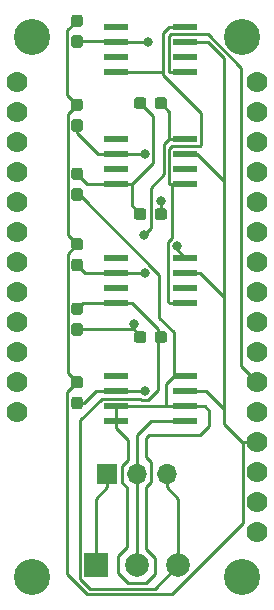
<source format=gbr>
G04 #@! TF.GenerationSoftware,KiCad,Pcbnew,5.0.2-bee76a0~70~ubuntu18.04.1*
G04 #@! TF.CreationDate,2019-09-12T15:25:54-07:00*
G04 #@! TF.ProjectId,potentiostat_featherwing,706f7465-6e74-4696-9f73-7461745f6665,rev?*
G04 #@! TF.SameCoordinates,Original*
G04 #@! TF.FileFunction,Copper,L1,Top*
G04 #@! TF.FilePolarity,Positive*
%FSLAX46Y46*%
G04 Gerber Fmt 4.6, Leading zero omitted, Abs format (unit mm)*
G04 Created by KiCad (PCBNEW 5.0.2-bee76a0~70~ubuntu18.04.1) date Thu 12 Sep 2019 03:25:54 PM PDT*
%MOMM*%
%LPD*%
G01*
G04 APERTURE LIST*
G04 #@! TA.AperFunction,ComponentPad*
%ADD10C,1.778000*%
G04 #@! TD*
G04 #@! TA.AperFunction,ComponentPad*
%ADD11C,3.048000*%
G04 #@! TD*
G04 #@! TA.AperFunction,WasherPad*
%ADD12C,3.048000*%
G04 #@! TD*
G04 #@! TA.AperFunction,ComponentPad*
%ADD13C,2.000000*%
G04 #@! TD*
G04 #@! TA.AperFunction,ComponentPad*
%ADD14R,2.000000X2.000000*%
G04 #@! TD*
G04 #@! TA.AperFunction,Conductor*
%ADD15C,0.100000*%
G04 #@! TD*
G04 #@! TA.AperFunction,SMDPad,CuDef*
%ADD16C,0.950000*%
G04 #@! TD*
G04 #@! TA.AperFunction,ComponentPad*
%ADD17R,1.700000X1.700000*%
G04 #@! TD*
G04 #@! TA.AperFunction,ComponentPad*
%ADD18O,1.700000X1.700000*%
G04 #@! TD*
G04 #@! TA.AperFunction,SMDPad,CuDef*
%ADD19R,2.058000X0.600000*%
G04 #@! TD*
G04 #@! TA.AperFunction,ViaPad*
%ADD20C,0.800000*%
G04 #@! TD*
G04 #@! TA.AperFunction,Conductor*
%ADD21C,0.250000*%
G04 #@! TD*
G04 APERTURE END LIST*
D10*
G04 #@! TO.P,U1,28*
G04 #@! TO.N,Net-(U1-Pad28)*
X60960000Y-31750000D03*
G04 #@! TO.P,U1,27*
G04 #@! TO.N,Net-(U1-Pad27)*
X60960000Y-34290000D03*
G04 #@! TO.P,U1,26*
G04 #@! TO.N,Net-(U1-Pad26)*
X60960000Y-36830000D03*
G04 #@! TO.P,U1,25*
G04 #@! TO.N,Net-(U1-Pad25)*
X60960000Y-39370000D03*
G04 #@! TO.P,U1,24*
G04 #@! TO.N,Net-(U1-Pad24)*
X60960000Y-41910000D03*
G04 #@! TO.P,U1,23*
G04 #@! TO.N,Net-(U1-Pad23)*
X60960000Y-44450000D03*
G04 #@! TO.P,U1,22*
G04 #@! TO.N,Net-(U1-Pad22)*
X60960000Y-46990000D03*
G04 #@! TO.P,U1,21*
G04 #@! TO.N,/AIN_TIA*
X60960000Y-49530000D03*
G04 #@! TO.P,U1,20*
G04 #@! TO.N,Net-(U1-Pad20)*
X60960000Y-52070000D03*
G04 #@! TO.P,U1,19*
G04 #@! TO.N,Net-(U1-Pad19)*
X60960000Y-54610000D03*
G04 #@! TO.P,U1,18*
G04 #@! TO.N,/DAC_VGND*
X60960000Y-57150000D03*
G04 #@! TO.P,U1,17*
G04 #@! TO.N,/DAC_SETPT*
X60960000Y-59690000D03*
G04 #@! TO.P,U1,16*
G04 #@! TO.N,GND*
X60960000Y-62230000D03*
G04 #@! TO.P,U1,15*
G04 #@! TO.N,Net-(U1-Pad15)*
X60960000Y-64770000D03*
G04 #@! TO.P,U1,14*
G04 #@! TO.N,/3V3*
X60960000Y-67310000D03*
G04 #@! TO.P,U1,13*
G04 #@! TO.N,Net-(U1-Pad13)*
X60960000Y-69850000D03*
G04 #@! TO.P,U1,12*
G04 #@! TO.N,Net-(U1-Pad12)*
X40640000Y-59690000D03*
G04 #@! TO.P,U1,11*
G04 #@! TO.N,Net-(U1-Pad11)*
X40640000Y-57150000D03*
G04 #@! TO.P,U1,10*
G04 #@! TO.N,Net-(U1-Pad10)*
X40640000Y-54610000D03*
G04 #@! TO.P,U1,9*
G04 #@! TO.N,Net-(U1-Pad9)*
X40640000Y-52070000D03*
G04 #@! TO.P,U1,8*
G04 #@! TO.N,Net-(U1-Pad8)*
X40640000Y-49530000D03*
G04 #@! TO.P,U1,7*
G04 #@! TO.N,Net-(U1-Pad7)*
X40640000Y-46990000D03*
G04 #@! TO.P,U1,6*
G04 #@! TO.N,Net-(U1-Pad6)*
X40640000Y-44450000D03*
G04 #@! TO.P,U1,5*
G04 #@! TO.N,Net-(U1-Pad5)*
X40640000Y-41910000D03*
G04 #@! TO.P,U1,4*
G04 #@! TO.N,Net-(U1-Pad4)*
X40640000Y-39370000D03*
G04 #@! TO.P,U1,3*
G04 #@! TO.N,Net-(U1-Pad3)*
X40640000Y-36830000D03*
G04 #@! TO.P,U1,2*
G04 #@! TO.N,Net-(U1-Pad2)*
X40640000Y-34290000D03*
G04 #@! TO.P,U1,1*
G04 #@! TO.N,Net-(U1-Pad1)*
X40640000Y-31750000D03*
D11*
G04 #@! TO.P,U1,*
G04 #@! TO.N,*
X41910000Y-73660000D03*
X59690000Y-73660000D03*
D12*
X59690000Y-27940000D03*
X41910000Y-27940000D03*
G04 #@! TD*
D13*
G04 #@! TO.P,J1,2*
G04 #@! TO.N,/REF_ELECT*
X50800000Y-72644000D03*
D14*
G04 #@! TO.P,J1,1*
G04 #@! TO.N,/CTR_ELECT*
X47299880Y-72644000D03*
D13*
G04 #@! TO.P,J1,3*
G04 #@! TO.N,/WRK_ELECT*
X54300120Y-72644000D03*
G04 #@! TD*
D15*
G04 #@! TO.N,/AIN_TIA*
G04 #@! TO.C,C6*
G36*
X51378779Y-52866144D02*
X51401834Y-52869563D01*
X51424443Y-52875227D01*
X51446387Y-52883079D01*
X51467457Y-52893044D01*
X51487448Y-52905026D01*
X51506168Y-52918910D01*
X51523438Y-52934562D01*
X51539090Y-52951832D01*
X51552974Y-52970552D01*
X51564956Y-52990543D01*
X51574921Y-53011613D01*
X51582773Y-53033557D01*
X51588437Y-53056166D01*
X51591856Y-53079221D01*
X51593000Y-53102500D01*
X51593000Y-53577500D01*
X51591856Y-53600779D01*
X51588437Y-53623834D01*
X51582773Y-53646443D01*
X51574921Y-53668387D01*
X51564956Y-53689457D01*
X51552974Y-53709448D01*
X51539090Y-53728168D01*
X51523438Y-53745438D01*
X51506168Y-53761090D01*
X51487448Y-53774974D01*
X51467457Y-53786956D01*
X51446387Y-53796921D01*
X51424443Y-53804773D01*
X51401834Y-53810437D01*
X51378779Y-53813856D01*
X51355500Y-53815000D01*
X50780500Y-53815000D01*
X50757221Y-53813856D01*
X50734166Y-53810437D01*
X50711557Y-53804773D01*
X50689613Y-53796921D01*
X50668543Y-53786956D01*
X50648552Y-53774974D01*
X50629832Y-53761090D01*
X50612562Y-53745438D01*
X50596910Y-53728168D01*
X50583026Y-53709448D01*
X50571044Y-53689457D01*
X50561079Y-53668387D01*
X50553227Y-53646443D01*
X50547563Y-53623834D01*
X50544144Y-53600779D01*
X50543000Y-53577500D01*
X50543000Y-53102500D01*
X50544144Y-53079221D01*
X50547563Y-53056166D01*
X50553227Y-53033557D01*
X50561079Y-53011613D01*
X50571044Y-52990543D01*
X50583026Y-52970552D01*
X50596910Y-52951832D01*
X50612562Y-52934562D01*
X50629832Y-52918910D01*
X50648552Y-52905026D01*
X50668543Y-52893044D01*
X50689613Y-52883079D01*
X50711557Y-52875227D01*
X50734166Y-52869563D01*
X50757221Y-52866144D01*
X50780500Y-52865000D01*
X51355500Y-52865000D01*
X51378779Y-52866144D01*
X51378779Y-52866144D01*
G37*
D16*
G04 #@! TD*
G04 #@! TO.P,C6,2*
G04 #@! TO.N,/AIN_TIA*
X51068000Y-53340000D03*
D15*
G04 #@! TO.N,/WRK_ELECT*
G04 #@! TO.C,C6*
G36*
X53128779Y-52866144D02*
X53151834Y-52869563D01*
X53174443Y-52875227D01*
X53196387Y-52883079D01*
X53217457Y-52893044D01*
X53237448Y-52905026D01*
X53256168Y-52918910D01*
X53273438Y-52934562D01*
X53289090Y-52951832D01*
X53302974Y-52970552D01*
X53314956Y-52990543D01*
X53324921Y-53011613D01*
X53332773Y-53033557D01*
X53338437Y-53056166D01*
X53341856Y-53079221D01*
X53343000Y-53102500D01*
X53343000Y-53577500D01*
X53341856Y-53600779D01*
X53338437Y-53623834D01*
X53332773Y-53646443D01*
X53324921Y-53668387D01*
X53314956Y-53689457D01*
X53302974Y-53709448D01*
X53289090Y-53728168D01*
X53273438Y-53745438D01*
X53256168Y-53761090D01*
X53237448Y-53774974D01*
X53217457Y-53786956D01*
X53196387Y-53796921D01*
X53174443Y-53804773D01*
X53151834Y-53810437D01*
X53128779Y-53813856D01*
X53105500Y-53815000D01*
X52530500Y-53815000D01*
X52507221Y-53813856D01*
X52484166Y-53810437D01*
X52461557Y-53804773D01*
X52439613Y-53796921D01*
X52418543Y-53786956D01*
X52398552Y-53774974D01*
X52379832Y-53761090D01*
X52362562Y-53745438D01*
X52346910Y-53728168D01*
X52333026Y-53709448D01*
X52321044Y-53689457D01*
X52311079Y-53668387D01*
X52303227Y-53646443D01*
X52297563Y-53623834D01*
X52294144Y-53600779D01*
X52293000Y-53577500D01*
X52293000Y-53102500D01*
X52294144Y-53079221D01*
X52297563Y-53056166D01*
X52303227Y-53033557D01*
X52311079Y-53011613D01*
X52321044Y-52990543D01*
X52333026Y-52970552D01*
X52346910Y-52951832D01*
X52362562Y-52934562D01*
X52379832Y-52918910D01*
X52398552Y-52905026D01*
X52418543Y-52893044D01*
X52439613Y-52883079D01*
X52461557Y-52875227D01*
X52484166Y-52869563D01*
X52507221Y-52866144D01*
X52530500Y-52865000D01*
X53105500Y-52865000D01*
X53128779Y-52866144D01*
X53128779Y-52866144D01*
G37*
D16*
G04 #@! TD*
G04 #@! TO.P,C6,1*
G04 #@! TO.N,/WRK_ELECT*
X52818000Y-53340000D03*
D15*
G04 #@! TO.N,GND*
G04 #@! TO.C,C2*
G36*
X45980779Y-44956144D02*
X46003834Y-44959563D01*
X46026443Y-44965227D01*
X46048387Y-44973079D01*
X46069457Y-44983044D01*
X46089448Y-44995026D01*
X46108168Y-45008910D01*
X46125438Y-45024562D01*
X46141090Y-45041832D01*
X46154974Y-45060552D01*
X46166956Y-45080543D01*
X46176921Y-45101613D01*
X46184773Y-45123557D01*
X46190437Y-45146166D01*
X46193856Y-45169221D01*
X46195000Y-45192500D01*
X46195000Y-45767500D01*
X46193856Y-45790779D01*
X46190437Y-45813834D01*
X46184773Y-45836443D01*
X46176921Y-45858387D01*
X46166956Y-45879457D01*
X46154974Y-45899448D01*
X46141090Y-45918168D01*
X46125438Y-45935438D01*
X46108168Y-45951090D01*
X46089448Y-45964974D01*
X46069457Y-45976956D01*
X46048387Y-45986921D01*
X46026443Y-45994773D01*
X46003834Y-46000437D01*
X45980779Y-46003856D01*
X45957500Y-46005000D01*
X45482500Y-46005000D01*
X45459221Y-46003856D01*
X45436166Y-46000437D01*
X45413557Y-45994773D01*
X45391613Y-45986921D01*
X45370543Y-45976956D01*
X45350552Y-45964974D01*
X45331832Y-45951090D01*
X45314562Y-45935438D01*
X45298910Y-45918168D01*
X45285026Y-45899448D01*
X45273044Y-45879457D01*
X45263079Y-45858387D01*
X45255227Y-45836443D01*
X45249563Y-45813834D01*
X45246144Y-45790779D01*
X45245000Y-45767500D01*
X45245000Y-45192500D01*
X45246144Y-45169221D01*
X45249563Y-45146166D01*
X45255227Y-45123557D01*
X45263079Y-45101613D01*
X45273044Y-45080543D01*
X45285026Y-45060552D01*
X45298910Y-45041832D01*
X45314562Y-45024562D01*
X45331832Y-45008910D01*
X45350552Y-44995026D01*
X45370543Y-44983044D01*
X45391613Y-44973079D01*
X45413557Y-44965227D01*
X45436166Y-44959563D01*
X45459221Y-44956144D01*
X45482500Y-44955000D01*
X45957500Y-44955000D01*
X45980779Y-44956144D01*
X45980779Y-44956144D01*
G37*
D16*
G04 #@! TD*
G04 #@! TO.P,C2,2*
G04 #@! TO.N,GND*
X45720000Y-45480000D03*
D15*
G04 #@! TO.N,/3V3*
G04 #@! TO.C,C2*
G36*
X45980779Y-46706144D02*
X46003834Y-46709563D01*
X46026443Y-46715227D01*
X46048387Y-46723079D01*
X46069457Y-46733044D01*
X46089448Y-46745026D01*
X46108168Y-46758910D01*
X46125438Y-46774562D01*
X46141090Y-46791832D01*
X46154974Y-46810552D01*
X46166956Y-46830543D01*
X46176921Y-46851613D01*
X46184773Y-46873557D01*
X46190437Y-46896166D01*
X46193856Y-46919221D01*
X46195000Y-46942500D01*
X46195000Y-47517500D01*
X46193856Y-47540779D01*
X46190437Y-47563834D01*
X46184773Y-47586443D01*
X46176921Y-47608387D01*
X46166956Y-47629457D01*
X46154974Y-47649448D01*
X46141090Y-47668168D01*
X46125438Y-47685438D01*
X46108168Y-47701090D01*
X46089448Y-47714974D01*
X46069457Y-47726956D01*
X46048387Y-47736921D01*
X46026443Y-47744773D01*
X46003834Y-47750437D01*
X45980779Y-47753856D01*
X45957500Y-47755000D01*
X45482500Y-47755000D01*
X45459221Y-47753856D01*
X45436166Y-47750437D01*
X45413557Y-47744773D01*
X45391613Y-47736921D01*
X45370543Y-47726956D01*
X45350552Y-47714974D01*
X45331832Y-47701090D01*
X45314562Y-47685438D01*
X45298910Y-47668168D01*
X45285026Y-47649448D01*
X45273044Y-47629457D01*
X45263079Y-47608387D01*
X45255227Y-47586443D01*
X45249563Y-47563834D01*
X45246144Y-47540779D01*
X45245000Y-47517500D01*
X45245000Y-46942500D01*
X45246144Y-46919221D01*
X45249563Y-46896166D01*
X45255227Y-46873557D01*
X45263079Y-46851613D01*
X45273044Y-46830543D01*
X45285026Y-46810552D01*
X45298910Y-46791832D01*
X45314562Y-46774562D01*
X45331832Y-46758910D01*
X45350552Y-46745026D01*
X45370543Y-46733044D01*
X45391613Y-46723079D01*
X45413557Y-46715227D01*
X45436166Y-46709563D01*
X45459221Y-46706144D01*
X45482500Y-46705000D01*
X45957500Y-46705000D01*
X45980779Y-46706144D01*
X45980779Y-46706144D01*
G37*
D16*
G04 #@! TD*
G04 #@! TO.P,C2,1*
G04 #@! TO.N,/3V3*
X45720000Y-47230000D03*
D15*
G04 #@! TO.N,GND*
G04 #@! TO.C,C1*
G36*
X45980779Y-56640144D02*
X46003834Y-56643563D01*
X46026443Y-56649227D01*
X46048387Y-56657079D01*
X46069457Y-56667044D01*
X46089448Y-56679026D01*
X46108168Y-56692910D01*
X46125438Y-56708562D01*
X46141090Y-56725832D01*
X46154974Y-56744552D01*
X46166956Y-56764543D01*
X46176921Y-56785613D01*
X46184773Y-56807557D01*
X46190437Y-56830166D01*
X46193856Y-56853221D01*
X46195000Y-56876500D01*
X46195000Y-57451500D01*
X46193856Y-57474779D01*
X46190437Y-57497834D01*
X46184773Y-57520443D01*
X46176921Y-57542387D01*
X46166956Y-57563457D01*
X46154974Y-57583448D01*
X46141090Y-57602168D01*
X46125438Y-57619438D01*
X46108168Y-57635090D01*
X46089448Y-57648974D01*
X46069457Y-57660956D01*
X46048387Y-57670921D01*
X46026443Y-57678773D01*
X46003834Y-57684437D01*
X45980779Y-57687856D01*
X45957500Y-57689000D01*
X45482500Y-57689000D01*
X45459221Y-57687856D01*
X45436166Y-57684437D01*
X45413557Y-57678773D01*
X45391613Y-57670921D01*
X45370543Y-57660956D01*
X45350552Y-57648974D01*
X45331832Y-57635090D01*
X45314562Y-57619438D01*
X45298910Y-57602168D01*
X45285026Y-57583448D01*
X45273044Y-57563457D01*
X45263079Y-57542387D01*
X45255227Y-57520443D01*
X45249563Y-57497834D01*
X45246144Y-57474779D01*
X45245000Y-57451500D01*
X45245000Y-56876500D01*
X45246144Y-56853221D01*
X45249563Y-56830166D01*
X45255227Y-56807557D01*
X45263079Y-56785613D01*
X45273044Y-56764543D01*
X45285026Y-56744552D01*
X45298910Y-56725832D01*
X45314562Y-56708562D01*
X45331832Y-56692910D01*
X45350552Y-56679026D01*
X45370543Y-56667044D01*
X45391613Y-56657079D01*
X45413557Y-56649227D01*
X45436166Y-56643563D01*
X45459221Y-56640144D01*
X45482500Y-56639000D01*
X45957500Y-56639000D01*
X45980779Y-56640144D01*
X45980779Y-56640144D01*
G37*
D16*
G04 #@! TD*
G04 #@! TO.P,C1,2*
G04 #@! TO.N,GND*
X45720000Y-57164000D03*
D15*
G04 #@! TO.N,/3V3*
G04 #@! TO.C,C1*
G36*
X45980779Y-58390144D02*
X46003834Y-58393563D01*
X46026443Y-58399227D01*
X46048387Y-58407079D01*
X46069457Y-58417044D01*
X46089448Y-58429026D01*
X46108168Y-58442910D01*
X46125438Y-58458562D01*
X46141090Y-58475832D01*
X46154974Y-58494552D01*
X46166956Y-58514543D01*
X46176921Y-58535613D01*
X46184773Y-58557557D01*
X46190437Y-58580166D01*
X46193856Y-58603221D01*
X46195000Y-58626500D01*
X46195000Y-59201500D01*
X46193856Y-59224779D01*
X46190437Y-59247834D01*
X46184773Y-59270443D01*
X46176921Y-59292387D01*
X46166956Y-59313457D01*
X46154974Y-59333448D01*
X46141090Y-59352168D01*
X46125438Y-59369438D01*
X46108168Y-59385090D01*
X46089448Y-59398974D01*
X46069457Y-59410956D01*
X46048387Y-59420921D01*
X46026443Y-59428773D01*
X46003834Y-59434437D01*
X45980779Y-59437856D01*
X45957500Y-59439000D01*
X45482500Y-59439000D01*
X45459221Y-59437856D01*
X45436166Y-59434437D01*
X45413557Y-59428773D01*
X45391613Y-59420921D01*
X45370543Y-59410956D01*
X45350552Y-59398974D01*
X45331832Y-59385090D01*
X45314562Y-59369438D01*
X45298910Y-59352168D01*
X45285026Y-59333448D01*
X45273044Y-59313457D01*
X45263079Y-59292387D01*
X45255227Y-59270443D01*
X45249563Y-59247834D01*
X45246144Y-59224779D01*
X45245000Y-59201500D01*
X45245000Y-58626500D01*
X45246144Y-58603221D01*
X45249563Y-58580166D01*
X45255227Y-58557557D01*
X45263079Y-58535613D01*
X45273044Y-58514543D01*
X45285026Y-58494552D01*
X45298910Y-58475832D01*
X45314562Y-58458562D01*
X45331832Y-58442910D01*
X45350552Y-58429026D01*
X45370543Y-58417044D01*
X45391613Y-58407079D01*
X45413557Y-58399227D01*
X45436166Y-58393563D01*
X45459221Y-58390144D01*
X45482500Y-58389000D01*
X45957500Y-58389000D01*
X45980779Y-58390144D01*
X45980779Y-58390144D01*
G37*
D16*
G04 #@! TD*
G04 #@! TO.P,C1,1*
G04 #@! TO.N,/3V3*
X45720000Y-58914000D03*
D15*
G04 #@! TO.N,/3V3*
G04 #@! TO.C,C3*
G36*
X45980779Y-34895144D02*
X46003834Y-34898563D01*
X46026443Y-34904227D01*
X46048387Y-34912079D01*
X46069457Y-34922044D01*
X46089448Y-34934026D01*
X46108168Y-34947910D01*
X46125438Y-34963562D01*
X46141090Y-34980832D01*
X46154974Y-34999552D01*
X46166956Y-35019543D01*
X46176921Y-35040613D01*
X46184773Y-35062557D01*
X46190437Y-35085166D01*
X46193856Y-35108221D01*
X46195000Y-35131500D01*
X46195000Y-35706500D01*
X46193856Y-35729779D01*
X46190437Y-35752834D01*
X46184773Y-35775443D01*
X46176921Y-35797387D01*
X46166956Y-35818457D01*
X46154974Y-35838448D01*
X46141090Y-35857168D01*
X46125438Y-35874438D01*
X46108168Y-35890090D01*
X46089448Y-35903974D01*
X46069457Y-35915956D01*
X46048387Y-35925921D01*
X46026443Y-35933773D01*
X46003834Y-35939437D01*
X45980779Y-35942856D01*
X45957500Y-35944000D01*
X45482500Y-35944000D01*
X45459221Y-35942856D01*
X45436166Y-35939437D01*
X45413557Y-35933773D01*
X45391613Y-35925921D01*
X45370543Y-35915956D01*
X45350552Y-35903974D01*
X45331832Y-35890090D01*
X45314562Y-35874438D01*
X45298910Y-35857168D01*
X45285026Y-35838448D01*
X45273044Y-35818457D01*
X45263079Y-35797387D01*
X45255227Y-35775443D01*
X45249563Y-35752834D01*
X45246144Y-35729779D01*
X45245000Y-35706500D01*
X45245000Y-35131500D01*
X45246144Y-35108221D01*
X45249563Y-35085166D01*
X45255227Y-35062557D01*
X45263079Y-35040613D01*
X45273044Y-35019543D01*
X45285026Y-34999552D01*
X45298910Y-34980832D01*
X45314562Y-34963562D01*
X45331832Y-34947910D01*
X45350552Y-34934026D01*
X45370543Y-34922044D01*
X45391613Y-34912079D01*
X45413557Y-34904227D01*
X45436166Y-34898563D01*
X45459221Y-34895144D01*
X45482500Y-34894000D01*
X45957500Y-34894000D01*
X45980779Y-34895144D01*
X45980779Y-34895144D01*
G37*
D16*
G04 #@! TD*
G04 #@! TO.P,C3,1*
G04 #@! TO.N,/3V3*
X45720000Y-35419000D03*
D15*
G04 #@! TO.N,GND*
G04 #@! TO.C,C3*
G36*
X45980779Y-33145144D02*
X46003834Y-33148563D01*
X46026443Y-33154227D01*
X46048387Y-33162079D01*
X46069457Y-33172044D01*
X46089448Y-33184026D01*
X46108168Y-33197910D01*
X46125438Y-33213562D01*
X46141090Y-33230832D01*
X46154974Y-33249552D01*
X46166956Y-33269543D01*
X46176921Y-33290613D01*
X46184773Y-33312557D01*
X46190437Y-33335166D01*
X46193856Y-33358221D01*
X46195000Y-33381500D01*
X46195000Y-33956500D01*
X46193856Y-33979779D01*
X46190437Y-34002834D01*
X46184773Y-34025443D01*
X46176921Y-34047387D01*
X46166956Y-34068457D01*
X46154974Y-34088448D01*
X46141090Y-34107168D01*
X46125438Y-34124438D01*
X46108168Y-34140090D01*
X46089448Y-34153974D01*
X46069457Y-34165956D01*
X46048387Y-34175921D01*
X46026443Y-34183773D01*
X46003834Y-34189437D01*
X45980779Y-34192856D01*
X45957500Y-34194000D01*
X45482500Y-34194000D01*
X45459221Y-34192856D01*
X45436166Y-34189437D01*
X45413557Y-34183773D01*
X45391613Y-34175921D01*
X45370543Y-34165956D01*
X45350552Y-34153974D01*
X45331832Y-34140090D01*
X45314562Y-34124438D01*
X45298910Y-34107168D01*
X45285026Y-34088448D01*
X45273044Y-34068457D01*
X45263079Y-34047387D01*
X45255227Y-34025443D01*
X45249563Y-34002834D01*
X45246144Y-33979779D01*
X45245000Y-33956500D01*
X45245000Y-33381500D01*
X45246144Y-33358221D01*
X45249563Y-33335166D01*
X45255227Y-33312557D01*
X45263079Y-33290613D01*
X45273044Y-33269543D01*
X45285026Y-33249552D01*
X45298910Y-33230832D01*
X45314562Y-33213562D01*
X45331832Y-33197910D01*
X45350552Y-33184026D01*
X45370543Y-33172044D01*
X45391613Y-33162079D01*
X45413557Y-33154227D01*
X45436166Y-33148563D01*
X45459221Y-33145144D01*
X45482500Y-33144000D01*
X45957500Y-33144000D01*
X45980779Y-33145144D01*
X45980779Y-33145144D01*
G37*
D16*
G04 #@! TD*
G04 #@! TO.P,C3,2*
G04 #@! TO.N,GND*
X45720000Y-33669000D03*
D15*
G04 #@! TO.N,/3V3*
G04 #@! TO.C,C4*
G36*
X45980779Y-27783144D02*
X46003834Y-27786563D01*
X46026443Y-27792227D01*
X46048387Y-27800079D01*
X46069457Y-27810044D01*
X46089448Y-27822026D01*
X46108168Y-27835910D01*
X46125438Y-27851562D01*
X46141090Y-27868832D01*
X46154974Y-27887552D01*
X46166956Y-27907543D01*
X46176921Y-27928613D01*
X46184773Y-27950557D01*
X46190437Y-27973166D01*
X46193856Y-27996221D01*
X46195000Y-28019500D01*
X46195000Y-28594500D01*
X46193856Y-28617779D01*
X46190437Y-28640834D01*
X46184773Y-28663443D01*
X46176921Y-28685387D01*
X46166956Y-28706457D01*
X46154974Y-28726448D01*
X46141090Y-28745168D01*
X46125438Y-28762438D01*
X46108168Y-28778090D01*
X46089448Y-28791974D01*
X46069457Y-28803956D01*
X46048387Y-28813921D01*
X46026443Y-28821773D01*
X46003834Y-28827437D01*
X45980779Y-28830856D01*
X45957500Y-28832000D01*
X45482500Y-28832000D01*
X45459221Y-28830856D01*
X45436166Y-28827437D01*
X45413557Y-28821773D01*
X45391613Y-28813921D01*
X45370543Y-28803956D01*
X45350552Y-28791974D01*
X45331832Y-28778090D01*
X45314562Y-28762438D01*
X45298910Y-28745168D01*
X45285026Y-28726448D01*
X45273044Y-28706457D01*
X45263079Y-28685387D01*
X45255227Y-28663443D01*
X45249563Y-28640834D01*
X45246144Y-28617779D01*
X45245000Y-28594500D01*
X45245000Y-28019500D01*
X45246144Y-27996221D01*
X45249563Y-27973166D01*
X45255227Y-27950557D01*
X45263079Y-27928613D01*
X45273044Y-27907543D01*
X45285026Y-27887552D01*
X45298910Y-27868832D01*
X45314562Y-27851562D01*
X45331832Y-27835910D01*
X45350552Y-27822026D01*
X45370543Y-27810044D01*
X45391613Y-27800079D01*
X45413557Y-27792227D01*
X45436166Y-27786563D01*
X45459221Y-27783144D01*
X45482500Y-27782000D01*
X45957500Y-27782000D01*
X45980779Y-27783144D01*
X45980779Y-27783144D01*
G37*
D16*
G04 #@! TD*
G04 #@! TO.P,C4,1*
G04 #@! TO.N,/3V3*
X45720000Y-28307000D03*
D15*
G04 #@! TO.N,GND*
G04 #@! TO.C,C4*
G36*
X45980779Y-26033144D02*
X46003834Y-26036563D01*
X46026443Y-26042227D01*
X46048387Y-26050079D01*
X46069457Y-26060044D01*
X46089448Y-26072026D01*
X46108168Y-26085910D01*
X46125438Y-26101562D01*
X46141090Y-26118832D01*
X46154974Y-26137552D01*
X46166956Y-26157543D01*
X46176921Y-26178613D01*
X46184773Y-26200557D01*
X46190437Y-26223166D01*
X46193856Y-26246221D01*
X46195000Y-26269500D01*
X46195000Y-26844500D01*
X46193856Y-26867779D01*
X46190437Y-26890834D01*
X46184773Y-26913443D01*
X46176921Y-26935387D01*
X46166956Y-26956457D01*
X46154974Y-26976448D01*
X46141090Y-26995168D01*
X46125438Y-27012438D01*
X46108168Y-27028090D01*
X46089448Y-27041974D01*
X46069457Y-27053956D01*
X46048387Y-27063921D01*
X46026443Y-27071773D01*
X46003834Y-27077437D01*
X45980779Y-27080856D01*
X45957500Y-27082000D01*
X45482500Y-27082000D01*
X45459221Y-27080856D01*
X45436166Y-27077437D01*
X45413557Y-27071773D01*
X45391613Y-27063921D01*
X45370543Y-27053956D01*
X45350552Y-27041974D01*
X45331832Y-27028090D01*
X45314562Y-27012438D01*
X45298910Y-26995168D01*
X45285026Y-26976448D01*
X45273044Y-26956457D01*
X45263079Y-26935387D01*
X45255227Y-26913443D01*
X45249563Y-26890834D01*
X45246144Y-26867779D01*
X45245000Y-26844500D01*
X45245000Y-26269500D01*
X45246144Y-26246221D01*
X45249563Y-26223166D01*
X45255227Y-26200557D01*
X45263079Y-26178613D01*
X45273044Y-26157543D01*
X45285026Y-26137552D01*
X45298910Y-26118832D01*
X45314562Y-26101562D01*
X45331832Y-26085910D01*
X45350552Y-26072026D01*
X45370543Y-26060044D01*
X45391613Y-26050079D01*
X45413557Y-26042227D01*
X45436166Y-26036563D01*
X45459221Y-26033144D01*
X45482500Y-26032000D01*
X45957500Y-26032000D01*
X45980779Y-26033144D01*
X45980779Y-26033144D01*
G37*
D16*
G04 #@! TD*
G04 #@! TO.P,C4,2*
G04 #@! TO.N,GND*
X45720000Y-26557000D03*
D15*
G04 #@! TO.N,Net-(C5-Pad2)*
G04 #@! TO.C,C5*
G36*
X51378779Y-33054144D02*
X51401834Y-33057563D01*
X51424443Y-33063227D01*
X51446387Y-33071079D01*
X51467457Y-33081044D01*
X51487448Y-33093026D01*
X51506168Y-33106910D01*
X51523438Y-33122562D01*
X51539090Y-33139832D01*
X51552974Y-33158552D01*
X51564956Y-33178543D01*
X51574921Y-33199613D01*
X51582773Y-33221557D01*
X51588437Y-33244166D01*
X51591856Y-33267221D01*
X51593000Y-33290500D01*
X51593000Y-33765500D01*
X51591856Y-33788779D01*
X51588437Y-33811834D01*
X51582773Y-33834443D01*
X51574921Y-33856387D01*
X51564956Y-33877457D01*
X51552974Y-33897448D01*
X51539090Y-33916168D01*
X51523438Y-33933438D01*
X51506168Y-33949090D01*
X51487448Y-33962974D01*
X51467457Y-33974956D01*
X51446387Y-33984921D01*
X51424443Y-33992773D01*
X51401834Y-33998437D01*
X51378779Y-34001856D01*
X51355500Y-34003000D01*
X50780500Y-34003000D01*
X50757221Y-34001856D01*
X50734166Y-33998437D01*
X50711557Y-33992773D01*
X50689613Y-33984921D01*
X50668543Y-33974956D01*
X50648552Y-33962974D01*
X50629832Y-33949090D01*
X50612562Y-33933438D01*
X50596910Y-33916168D01*
X50583026Y-33897448D01*
X50571044Y-33877457D01*
X50561079Y-33856387D01*
X50553227Y-33834443D01*
X50547563Y-33811834D01*
X50544144Y-33788779D01*
X50543000Y-33765500D01*
X50543000Y-33290500D01*
X50544144Y-33267221D01*
X50547563Y-33244166D01*
X50553227Y-33221557D01*
X50561079Y-33199613D01*
X50571044Y-33178543D01*
X50583026Y-33158552D01*
X50596910Y-33139832D01*
X50612562Y-33122562D01*
X50629832Y-33106910D01*
X50648552Y-33093026D01*
X50668543Y-33081044D01*
X50689613Y-33071079D01*
X50711557Y-33063227D01*
X50734166Y-33057563D01*
X50757221Y-33054144D01*
X50780500Y-33053000D01*
X51355500Y-33053000D01*
X51378779Y-33054144D01*
X51378779Y-33054144D01*
G37*
D16*
G04 #@! TD*
G04 #@! TO.P,C5,2*
G04 #@! TO.N,Net-(C5-Pad2)*
X51068000Y-33528000D03*
D15*
G04 #@! TO.N,/CTR_ELECT*
G04 #@! TO.C,C5*
G36*
X53128779Y-33054144D02*
X53151834Y-33057563D01*
X53174443Y-33063227D01*
X53196387Y-33071079D01*
X53217457Y-33081044D01*
X53237448Y-33093026D01*
X53256168Y-33106910D01*
X53273438Y-33122562D01*
X53289090Y-33139832D01*
X53302974Y-33158552D01*
X53314956Y-33178543D01*
X53324921Y-33199613D01*
X53332773Y-33221557D01*
X53338437Y-33244166D01*
X53341856Y-33267221D01*
X53343000Y-33290500D01*
X53343000Y-33765500D01*
X53341856Y-33788779D01*
X53338437Y-33811834D01*
X53332773Y-33834443D01*
X53324921Y-33856387D01*
X53314956Y-33877457D01*
X53302974Y-33897448D01*
X53289090Y-33916168D01*
X53273438Y-33933438D01*
X53256168Y-33949090D01*
X53237448Y-33962974D01*
X53217457Y-33974956D01*
X53196387Y-33984921D01*
X53174443Y-33992773D01*
X53151834Y-33998437D01*
X53128779Y-34001856D01*
X53105500Y-34003000D01*
X52530500Y-34003000D01*
X52507221Y-34001856D01*
X52484166Y-33998437D01*
X52461557Y-33992773D01*
X52439613Y-33984921D01*
X52418543Y-33974956D01*
X52398552Y-33962974D01*
X52379832Y-33949090D01*
X52362562Y-33933438D01*
X52346910Y-33916168D01*
X52333026Y-33897448D01*
X52321044Y-33877457D01*
X52311079Y-33856387D01*
X52303227Y-33834443D01*
X52297563Y-33811834D01*
X52294144Y-33788779D01*
X52293000Y-33765500D01*
X52293000Y-33290500D01*
X52294144Y-33267221D01*
X52297563Y-33244166D01*
X52303227Y-33221557D01*
X52311079Y-33199613D01*
X52321044Y-33178543D01*
X52333026Y-33158552D01*
X52346910Y-33139832D01*
X52362562Y-33122562D01*
X52379832Y-33106910D01*
X52398552Y-33093026D01*
X52418543Y-33081044D01*
X52439613Y-33071079D01*
X52461557Y-33063227D01*
X52484166Y-33057563D01*
X52507221Y-33054144D01*
X52530500Y-33053000D01*
X53105500Y-33053000D01*
X53128779Y-33054144D01*
X53128779Y-33054144D01*
G37*
D16*
G04 #@! TD*
G04 #@! TO.P,C5,1*
G04 #@! TO.N,/CTR_ELECT*
X52818000Y-33528000D03*
D17*
G04 #@! TO.P,P1,1*
G04 #@! TO.N,/CTR_ELECT*
X48260000Y-64897000D03*
D18*
G04 #@! TO.P,P1,2*
G04 #@! TO.N,/REF_ELECT*
X50800000Y-64897000D03*
G04 #@! TO.P,P1,3*
G04 #@! TO.N,/WRK_ELECT*
X53340000Y-64897000D03*
G04 #@! TD*
D15*
G04 #@! TO.N,Net-(C5-Pad2)*
G04 #@! TO.C,R1*
G36*
X51378779Y-42452144D02*
X51401834Y-42455563D01*
X51424443Y-42461227D01*
X51446387Y-42469079D01*
X51467457Y-42479044D01*
X51487448Y-42491026D01*
X51506168Y-42504910D01*
X51523438Y-42520562D01*
X51539090Y-42537832D01*
X51552974Y-42556552D01*
X51564956Y-42576543D01*
X51574921Y-42597613D01*
X51582773Y-42619557D01*
X51588437Y-42642166D01*
X51591856Y-42665221D01*
X51593000Y-42688500D01*
X51593000Y-43163500D01*
X51591856Y-43186779D01*
X51588437Y-43209834D01*
X51582773Y-43232443D01*
X51574921Y-43254387D01*
X51564956Y-43275457D01*
X51552974Y-43295448D01*
X51539090Y-43314168D01*
X51523438Y-43331438D01*
X51506168Y-43347090D01*
X51487448Y-43360974D01*
X51467457Y-43372956D01*
X51446387Y-43382921D01*
X51424443Y-43390773D01*
X51401834Y-43396437D01*
X51378779Y-43399856D01*
X51355500Y-43401000D01*
X50780500Y-43401000D01*
X50757221Y-43399856D01*
X50734166Y-43396437D01*
X50711557Y-43390773D01*
X50689613Y-43382921D01*
X50668543Y-43372956D01*
X50648552Y-43360974D01*
X50629832Y-43347090D01*
X50612562Y-43331438D01*
X50596910Y-43314168D01*
X50583026Y-43295448D01*
X50571044Y-43275457D01*
X50561079Y-43254387D01*
X50553227Y-43232443D01*
X50547563Y-43209834D01*
X50544144Y-43186779D01*
X50543000Y-43163500D01*
X50543000Y-42688500D01*
X50544144Y-42665221D01*
X50547563Y-42642166D01*
X50553227Y-42619557D01*
X50561079Y-42597613D01*
X50571044Y-42576543D01*
X50583026Y-42556552D01*
X50596910Y-42537832D01*
X50612562Y-42520562D01*
X50629832Y-42504910D01*
X50648552Y-42491026D01*
X50668543Y-42479044D01*
X50689613Y-42469079D01*
X50711557Y-42461227D01*
X50734166Y-42455563D01*
X50757221Y-42452144D01*
X50780500Y-42451000D01*
X51355500Y-42451000D01*
X51378779Y-42452144D01*
X51378779Y-42452144D01*
G37*
D16*
G04 #@! TD*
G04 #@! TO.P,R1,1*
G04 #@! TO.N,Net-(C5-Pad2)*
X51068000Y-42926000D03*
D15*
G04 #@! TO.N,/DAC_SETPT*
G04 #@! TO.C,R1*
G36*
X53128779Y-42452144D02*
X53151834Y-42455563D01*
X53174443Y-42461227D01*
X53196387Y-42469079D01*
X53217457Y-42479044D01*
X53237448Y-42491026D01*
X53256168Y-42504910D01*
X53273438Y-42520562D01*
X53289090Y-42537832D01*
X53302974Y-42556552D01*
X53314956Y-42576543D01*
X53324921Y-42597613D01*
X53332773Y-42619557D01*
X53338437Y-42642166D01*
X53341856Y-42665221D01*
X53343000Y-42688500D01*
X53343000Y-43163500D01*
X53341856Y-43186779D01*
X53338437Y-43209834D01*
X53332773Y-43232443D01*
X53324921Y-43254387D01*
X53314956Y-43275457D01*
X53302974Y-43295448D01*
X53289090Y-43314168D01*
X53273438Y-43331438D01*
X53256168Y-43347090D01*
X53237448Y-43360974D01*
X53217457Y-43372956D01*
X53196387Y-43382921D01*
X53174443Y-43390773D01*
X53151834Y-43396437D01*
X53128779Y-43399856D01*
X53105500Y-43401000D01*
X52530500Y-43401000D01*
X52507221Y-43399856D01*
X52484166Y-43396437D01*
X52461557Y-43390773D01*
X52439613Y-43382921D01*
X52418543Y-43372956D01*
X52398552Y-43360974D01*
X52379832Y-43347090D01*
X52362562Y-43331438D01*
X52346910Y-43314168D01*
X52333026Y-43295448D01*
X52321044Y-43275457D01*
X52311079Y-43254387D01*
X52303227Y-43232443D01*
X52297563Y-43209834D01*
X52294144Y-43186779D01*
X52293000Y-43163500D01*
X52293000Y-42688500D01*
X52294144Y-42665221D01*
X52297563Y-42642166D01*
X52303227Y-42619557D01*
X52311079Y-42597613D01*
X52321044Y-42576543D01*
X52333026Y-42556552D01*
X52346910Y-42537832D01*
X52362562Y-42520562D01*
X52379832Y-42504910D01*
X52398552Y-42491026D01*
X52418543Y-42479044D01*
X52439613Y-42469079D01*
X52461557Y-42461227D01*
X52484166Y-42455563D01*
X52507221Y-42452144D01*
X52530500Y-42451000D01*
X53105500Y-42451000D01*
X53128779Y-42452144D01*
X53128779Y-42452144D01*
G37*
D16*
G04 #@! TD*
G04 #@! TO.P,R1,2*
G04 #@! TO.N,/DAC_SETPT*
X52818000Y-42926000D03*
D15*
G04 #@! TO.N,/REF_ELECT_BUF*
G04 #@! TO.C,R2*
G36*
X45980779Y-40737144D02*
X46003834Y-40740563D01*
X46026443Y-40746227D01*
X46048387Y-40754079D01*
X46069457Y-40764044D01*
X46089448Y-40776026D01*
X46108168Y-40789910D01*
X46125438Y-40805562D01*
X46141090Y-40822832D01*
X46154974Y-40841552D01*
X46166956Y-40861543D01*
X46176921Y-40882613D01*
X46184773Y-40904557D01*
X46190437Y-40927166D01*
X46193856Y-40950221D01*
X46195000Y-40973500D01*
X46195000Y-41548500D01*
X46193856Y-41571779D01*
X46190437Y-41594834D01*
X46184773Y-41617443D01*
X46176921Y-41639387D01*
X46166956Y-41660457D01*
X46154974Y-41680448D01*
X46141090Y-41699168D01*
X46125438Y-41716438D01*
X46108168Y-41732090D01*
X46089448Y-41745974D01*
X46069457Y-41757956D01*
X46048387Y-41767921D01*
X46026443Y-41775773D01*
X46003834Y-41781437D01*
X45980779Y-41784856D01*
X45957500Y-41786000D01*
X45482500Y-41786000D01*
X45459221Y-41784856D01*
X45436166Y-41781437D01*
X45413557Y-41775773D01*
X45391613Y-41767921D01*
X45370543Y-41757956D01*
X45350552Y-41745974D01*
X45331832Y-41732090D01*
X45314562Y-41716438D01*
X45298910Y-41699168D01*
X45285026Y-41680448D01*
X45273044Y-41660457D01*
X45263079Y-41639387D01*
X45255227Y-41617443D01*
X45249563Y-41594834D01*
X45246144Y-41571779D01*
X45245000Y-41548500D01*
X45245000Y-40973500D01*
X45246144Y-40950221D01*
X45249563Y-40927166D01*
X45255227Y-40904557D01*
X45263079Y-40882613D01*
X45273044Y-40861543D01*
X45285026Y-40841552D01*
X45298910Y-40822832D01*
X45314562Y-40805562D01*
X45331832Y-40789910D01*
X45350552Y-40776026D01*
X45370543Y-40764044D01*
X45391613Y-40754079D01*
X45413557Y-40746227D01*
X45436166Y-40740563D01*
X45459221Y-40737144D01*
X45482500Y-40736000D01*
X45957500Y-40736000D01*
X45980779Y-40737144D01*
X45980779Y-40737144D01*
G37*
D16*
G04 #@! TD*
G04 #@! TO.P,R2,2*
G04 #@! TO.N,/REF_ELECT_BUF*
X45720000Y-41261000D03*
D15*
G04 #@! TO.N,Net-(C5-Pad2)*
G04 #@! TO.C,R2*
G36*
X45980779Y-38987144D02*
X46003834Y-38990563D01*
X46026443Y-38996227D01*
X46048387Y-39004079D01*
X46069457Y-39014044D01*
X46089448Y-39026026D01*
X46108168Y-39039910D01*
X46125438Y-39055562D01*
X46141090Y-39072832D01*
X46154974Y-39091552D01*
X46166956Y-39111543D01*
X46176921Y-39132613D01*
X46184773Y-39154557D01*
X46190437Y-39177166D01*
X46193856Y-39200221D01*
X46195000Y-39223500D01*
X46195000Y-39798500D01*
X46193856Y-39821779D01*
X46190437Y-39844834D01*
X46184773Y-39867443D01*
X46176921Y-39889387D01*
X46166956Y-39910457D01*
X46154974Y-39930448D01*
X46141090Y-39949168D01*
X46125438Y-39966438D01*
X46108168Y-39982090D01*
X46089448Y-39995974D01*
X46069457Y-40007956D01*
X46048387Y-40017921D01*
X46026443Y-40025773D01*
X46003834Y-40031437D01*
X45980779Y-40034856D01*
X45957500Y-40036000D01*
X45482500Y-40036000D01*
X45459221Y-40034856D01*
X45436166Y-40031437D01*
X45413557Y-40025773D01*
X45391613Y-40017921D01*
X45370543Y-40007956D01*
X45350552Y-39995974D01*
X45331832Y-39982090D01*
X45314562Y-39966438D01*
X45298910Y-39949168D01*
X45285026Y-39930448D01*
X45273044Y-39910457D01*
X45263079Y-39889387D01*
X45255227Y-39867443D01*
X45249563Y-39844834D01*
X45246144Y-39821779D01*
X45245000Y-39798500D01*
X45245000Y-39223500D01*
X45246144Y-39200221D01*
X45249563Y-39177166D01*
X45255227Y-39154557D01*
X45263079Y-39132613D01*
X45273044Y-39111543D01*
X45285026Y-39091552D01*
X45298910Y-39072832D01*
X45314562Y-39055562D01*
X45331832Y-39039910D01*
X45350552Y-39026026D01*
X45370543Y-39014044D01*
X45391613Y-39004079D01*
X45413557Y-38996227D01*
X45436166Y-38990563D01*
X45459221Y-38987144D01*
X45482500Y-38986000D01*
X45957500Y-38986000D01*
X45980779Y-38987144D01*
X45980779Y-38987144D01*
G37*
D16*
G04 #@! TD*
G04 #@! TO.P,R2,1*
G04 #@! TO.N,Net-(C5-Pad2)*
X45720000Y-39511000D03*
D15*
G04 #@! TO.N,/WRK_ELECT*
G04 #@! TO.C,R3*
G36*
X45980779Y-50417144D02*
X46003834Y-50420563D01*
X46026443Y-50426227D01*
X46048387Y-50434079D01*
X46069457Y-50444044D01*
X46089448Y-50456026D01*
X46108168Y-50469910D01*
X46125438Y-50485562D01*
X46141090Y-50502832D01*
X46154974Y-50521552D01*
X46166956Y-50541543D01*
X46176921Y-50562613D01*
X46184773Y-50584557D01*
X46190437Y-50607166D01*
X46193856Y-50630221D01*
X46195000Y-50653500D01*
X46195000Y-51228500D01*
X46193856Y-51251779D01*
X46190437Y-51274834D01*
X46184773Y-51297443D01*
X46176921Y-51319387D01*
X46166956Y-51340457D01*
X46154974Y-51360448D01*
X46141090Y-51379168D01*
X46125438Y-51396438D01*
X46108168Y-51412090D01*
X46089448Y-51425974D01*
X46069457Y-51437956D01*
X46048387Y-51447921D01*
X46026443Y-51455773D01*
X46003834Y-51461437D01*
X45980779Y-51464856D01*
X45957500Y-51466000D01*
X45482500Y-51466000D01*
X45459221Y-51464856D01*
X45436166Y-51461437D01*
X45413557Y-51455773D01*
X45391613Y-51447921D01*
X45370543Y-51437956D01*
X45350552Y-51425974D01*
X45331832Y-51412090D01*
X45314562Y-51396438D01*
X45298910Y-51379168D01*
X45285026Y-51360448D01*
X45273044Y-51340457D01*
X45263079Y-51319387D01*
X45255227Y-51297443D01*
X45249563Y-51274834D01*
X45246144Y-51251779D01*
X45245000Y-51228500D01*
X45245000Y-50653500D01*
X45246144Y-50630221D01*
X45249563Y-50607166D01*
X45255227Y-50584557D01*
X45263079Y-50562613D01*
X45273044Y-50541543D01*
X45285026Y-50521552D01*
X45298910Y-50502832D01*
X45314562Y-50485562D01*
X45331832Y-50469910D01*
X45350552Y-50456026D01*
X45370543Y-50444044D01*
X45391613Y-50434079D01*
X45413557Y-50426227D01*
X45436166Y-50420563D01*
X45459221Y-50417144D01*
X45482500Y-50416000D01*
X45957500Y-50416000D01*
X45980779Y-50417144D01*
X45980779Y-50417144D01*
G37*
D16*
G04 #@! TD*
G04 #@! TO.P,R3,1*
G04 #@! TO.N,/WRK_ELECT*
X45720000Y-50941000D03*
D15*
G04 #@! TO.N,/AIN_TIA*
G04 #@! TO.C,R3*
G36*
X45980779Y-52167144D02*
X46003834Y-52170563D01*
X46026443Y-52176227D01*
X46048387Y-52184079D01*
X46069457Y-52194044D01*
X46089448Y-52206026D01*
X46108168Y-52219910D01*
X46125438Y-52235562D01*
X46141090Y-52252832D01*
X46154974Y-52271552D01*
X46166956Y-52291543D01*
X46176921Y-52312613D01*
X46184773Y-52334557D01*
X46190437Y-52357166D01*
X46193856Y-52380221D01*
X46195000Y-52403500D01*
X46195000Y-52978500D01*
X46193856Y-53001779D01*
X46190437Y-53024834D01*
X46184773Y-53047443D01*
X46176921Y-53069387D01*
X46166956Y-53090457D01*
X46154974Y-53110448D01*
X46141090Y-53129168D01*
X46125438Y-53146438D01*
X46108168Y-53162090D01*
X46089448Y-53175974D01*
X46069457Y-53187956D01*
X46048387Y-53197921D01*
X46026443Y-53205773D01*
X46003834Y-53211437D01*
X45980779Y-53214856D01*
X45957500Y-53216000D01*
X45482500Y-53216000D01*
X45459221Y-53214856D01*
X45436166Y-53211437D01*
X45413557Y-53205773D01*
X45391613Y-53197921D01*
X45370543Y-53187956D01*
X45350552Y-53175974D01*
X45331832Y-53162090D01*
X45314562Y-53146438D01*
X45298910Y-53129168D01*
X45285026Y-53110448D01*
X45273044Y-53090457D01*
X45263079Y-53069387D01*
X45255227Y-53047443D01*
X45249563Y-53024834D01*
X45246144Y-53001779D01*
X45245000Y-52978500D01*
X45245000Y-52403500D01*
X45246144Y-52380221D01*
X45249563Y-52357166D01*
X45255227Y-52334557D01*
X45263079Y-52312613D01*
X45273044Y-52291543D01*
X45285026Y-52271552D01*
X45298910Y-52252832D01*
X45314562Y-52235562D01*
X45331832Y-52219910D01*
X45350552Y-52206026D01*
X45370543Y-52194044D01*
X45391613Y-52184079D01*
X45413557Y-52176227D01*
X45436166Y-52170563D01*
X45459221Y-52167144D01*
X45482500Y-52166000D01*
X45957500Y-52166000D01*
X45980779Y-52167144D01*
X45980779Y-52167144D01*
G37*
D16*
G04 #@! TD*
G04 #@! TO.P,R3,2*
G04 #@! TO.N,/AIN_TIA*
X45720000Y-52691000D03*
D19*
G04 #@! TO.P,U2,8*
G04 #@! TO.N,Net-(C5-Pad2)*
X48989000Y-40386000D03*
G04 #@! TO.P,U2,7*
G04 #@! TO.N,Net-(U2-Pad7)*
X48989000Y-39116000D03*
G04 #@! TO.P,U2,6*
G04 #@! TO.N,/3V3*
X48989000Y-37846000D03*
G04 #@! TO.P,U2,5*
G04 #@! TO.N,Net-(U2-Pad5)*
X48989000Y-36576000D03*
G04 #@! TO.P,U2,4*
G04 #@! TO.N,/CTR_ELECT*
X54897000Y-36576000D03*
G04 #@! TO.P,U2,3*
G04 #@! TO.N,GND*
X54897000Y-37846000D03*
G04 #@! TO.P,U2,2*
G04 #@! TO.N,Net-(U2-Pad2)*
X54897000Y-39116000D03*
G04 #@! TO.P,U2,1*
G04 #@! TO.N,/VGND*
X54897000Y-40386000D03*
G04 #@! TD*
G04 #@! TO.P,U3,1*
G04 #@! TO.N,/REF_ELECT*
X54897000Y-60452000D03*
G04 #@! TO.P,U3,2*
G04 #@! TO.N,/REF_ELECT_BUF*
X54897000Y-59182000D03*
G04 #@! TO.P,U3,3*
G04 #@! TO.N,GND*
X54897000Y-57912000D03*
G04 #@! TO.P,U3,4*
G04 #@! TO.N,/REF_ELECT_BUF*
X54897000Y-56642000D03*
G04 #@! TO.P,U3,5*
G04 #@! TO.N,Net-(U3-Pad5)*
X48989000Y-56642000D03*
G04 #@! TO.P,U3,6*
G04 #@! TO.N,/3V3*
X48989000Y-57912000D03*
G04 #@! TO.P,U3,7*
G04 #@! TO.N,/REF_ELECT_BUF*
X48989000Y-59182000D03*
G04 #@! TO.P,U3,8*
X48989000Y-60452000D03*
G04 #@! TD*
G04 #@! TO.P,U4,8*
G04 #@! TO.N,/WRK_ELECT*
X48989000Y-50419000D03*
G04 #@! TO.P,U4,7*
G04 #@! TO.N,Net-(U4-Pad7)*
X48989000Y-49149000D03*
G04 #@! TO.P,U4,6*
G04 #@! TO.N,/3V3*
X48989000Y-47879000D03*
G04 #@! TO.P,U4,5*
G04 #@! TO.N,Net-(U4-Pad5)*
X48989000Y-46609000D03*
G04 #@! TO.P,U4,4*
G04 #@! TO.N,/AIN_TIA*
X54897000Y-46609000D03*
G04 #@! TO.P,U4,3*
G04 #@! TO.N,GND*
X54897000Y-47879000D03*
G04 #@! TO.P,U4,2*
G04 #@! TO.N,Net-(U4-Pad2)*
X54897000Y-49149000D03*
G04 #@! TO.P,U4,1*
G04 #@! TO.N,/VGND*
X54897000Y-50419000D03*
G04 #@! TD*
G04 #@! TO.P,U5,1*
G04 #@! TO.N,/DAC_VGND*
X54897000Y-30861000D03*
G04 #@! TO.P,U5,2*
G04 #@! TO.N,Net-(U5-Pad2)*
X54897000Y-29591000D03*
G04 #@! TO.P,U5,3*
G04 #@! TO.N,GND*
X54897000Y-28321000D03*
G04 #@! TO.P,U5,4*
G04 #@! TO.N,/VGND*
X54897000Y-27051000D03*
G04 #@! TO.P,U5,5*
G04 #@! TO.N,Net-(U5-Pad5)*
X48989000Y-27051000D03*
G04 #@! TO.P,U5,6*
G04 #@! TO.N,/3V3*
X48989000Y-28321000D03*
G04 #@! TO.P,U5,7*
G04 #@! TO.N,Net-(U5-Pad7)*
X48989000Y-29591000D03*
G04 #@! TO.P,U5,8*
G04 #@! TO.N,/VGND*
X48989000Y-30861000D03*
G04 #@! TD*
D20*
G04 #@! TO.N,/3V3*
X51689000Y-28321000D03*
X51435000Y-37846000D03*
X51435000Y-47879000D03*
X51435000Y-57912000D03*
G04 #@! TO.N,/CTR_ELECT*
X51424500Y-44665900D03*
G04 #@! TO.N,/AIN_TIA*
X54168200Y-45603200D03*
X50545900Y-52253500D03*
G04 #@! TO.N,/DAC_SETPT*
X52818000Y-41806400D03*
G04 #@! TD*
D21*
G04 #@! TO.N,GND*
X45720000Y-57164000D02*
X44918700Y-56362700D01*
X44918700Y-56362700D02*
X44918700Y-46281300D01*
X44918700Y-46281300D02*
X45720000Y-45480000D01*
X45720000Y-57164000D02*
X44886100Y-57997900D01*
X44886100Y-57997900D02*
X44886100Y-73383600D01*
X44886100Y-73383600D02*
X46596100Y-75093600D01*
X46596100Y-75093600D02*
X53771400Y-75093600D01*
X53771400Y-75093600D02*
X59745600Y-69119400D01*
X59745600Y-69119400D02*
X59745600Y-62230000D01*
X45720000Y-33669000D02*
X44918700Y-34470300D01*
X44918700Y-34470300D02*
X44918700Y-44678700D01*
X44918700Y-44678700D02*
X45720000Y-45480000D01*
X59745600Y-62230000D02*
X59702800Y-62230000D01*
X59702800Y-62230000D02*
X58166000Y-60693200D01*
X58166000Y-60693200D02*
X58166000Y-59563000D01*
X60960000Y-62230000D02*
X59745600Y-62230000D01*
X54897000Y-28321000D02*
X56769000Y-28321000D01*
X56769000Y-28321000D02*
X58166000Y-29718000D01*
X58166000Y-29718000D02*
X58166000Y-40132000D01*
X45720000Y-26557000D02*
X44911700Y-27365300D01*
X44911700Y-27365300D02*
X44911700Y-32860700D01*
X44911700Y-32860700D02*
X45720000Y-33669000D01*
X58166000Y-59436000D02*
X56642000Y-57912000D01*
X56642000Y-57912000D02*
X54897000Y-57912000D01*
X58166000Y-59436000D02*
X58166000Y-49911000D01*
X58166000Y-59563000D02*
X58166000Y-59436000D01*
X58166000Y-40132000D02*
X58166000Y-49911000D01*
X54897000Y-37846000D02*
X55880000Y-37846000D01*
X55880000Y-37846000D02*
X58166000Y-40132000D01*
X58166000Y-49911000D02*
X56134000Y-47879000D01*
X56134000Y-47879000D02*
X54897000Y-47879000D01*
X58166000Y-59563000D02*
X58166000Y-59436000D01*
G04 #@! TO.N,/3V3*
X45720000Y-58914000D02*
X46295000Y-58914000D01*
X46295000Y-58914000D02*
X47297000Y-57912000D01*
X47297000Y-57912000D02*
X48989000Y-57912000D01*
X45720000Y-47230000D02*
X46369000Y-47879000D01*
X46369000Y-47879000D02*
X48989000Y-47879000D01*
X45720000Y-35419000D02*
X45720000Y-36044000D01*
X45720000Y-36044000D02*
X47522000Y-37846000D01*
X47522000Y-37846000D02*
X48989000Y-37846000D01*
X45720000Y-28307000D02*
X48975000Y-28307000D01*
X48975000Y-28307000D02*
X48989000Y-28321000D01*
X48989000Y-28321000D02*
X51689000Y-28321000D01*
X48989000Y-37846000D02*
X51435000Y-37846000D01*
X48989000Y-47879000D02*
X51435000Y-47879000D01*
X48989000Y-57912000D02*
X51435000Y-57912000D01*
G04 #@! TO.N,Net-(C5-Pad2)*
X50343300Y-40386000D02*
X52161000Y-38568300D01*
X52161000Y-38568300D02*
X52161000Y-34621000D01*
X52161000Y-34621000D02*
X51068000Y-33528000D01*
X50343300Y-40386000D02*
X50343300Y-42201300D01*
X50343300Y-42201300D02*
X51068000Y-42926000D01*
X48989000Y-40386000D02*
X50343300Y-40386000D01*
X45720000Y-39511000D02*
X46595000Y-40386000D01*
X46595000Y-40386000D02*
X48989000Y-40386000D01*
G04 #@! TO.N,/CTR_ELECT*
X53542700Y-36576000D02*
X53092400Y-37026300D01*
X53092400Y-37026300D02*
X53092400Y-39531000D01*
X53092400Y-39531000D02*
X51942900Y-40680500D01*
X51942900Y-40680500D02*
X51942900Y-44147500D01*
X51942900Y-44147500D02*
X51424500Y-44665900D01*
X52818000Y-33528000D02*
X53542700Y-34252700D01*
X53542700Y-34252700D02*
X53542700Y-36576000D01*
X48260000Y-64897000D02*
X48260000Y-66072300D01*
X48260000Y-66072300D02*
X47299900Y-67032400D01*
X47299900Y-67032400D02*
X47299900Y-72644000D01*
X54897000Y-36576000D02*
X53542700Y-36576000D01*
G04 #@! TO.N,/WRK_ELECT*
X52576700Y-53340000D02*
X52576700Y-52652400D01*
X52576700Y-52652400D02*
X50343300Y-50419000D01*
X48989000Y-50419000D02*
X50343300Y-50419000D01*
X45720000Y-50941000D02*
X46242000Y-50419000D01*
X46242000Y-50419000D02*
X48989000Y-50419000D01*
X52818000Y-53340000D02*
X52576700Y-53340000D01*
X52576700Y-53340000D02*
X52576700Y-57839200D01*
X52576700Y-57839200D02*
X51726500Y-58689400D01*
X51726500Y-58689400D02*
X51186600Y-58689400D01*
X51186600Y-58689400D02*
X51053800Y-58556600D01*
X51053800Y-58556600D02*
X47799200Y-58556600D01*
X47799200Y-58556600D02*
X45958300Y-60397500D01*
X45958300Y-60397500D02*
X45958300Y-73790200D01*
X45958300Y-73790200D02*
X46811300Y-74643200D01*
X46811300Y-74643200D02*
X52300900Y-74643200D01*
X52300900Y-74643200D02*
X54300100Y-72644000D01*
X53340000Y-64897000D02*
X53340000Y-66072300D01*
X53340000Y-66072300D02*
X54300100Y-67032400D01*
X54300100Y-67032400D02*
X54300100Y-72644000D01*
G04 #@! TO.N,/AIN_TIA*
X54897000Y-46609000D02*
X54168200Y-45880200D01*
X54168200Y-45880200D02*
X54168200Y-45603200D01*
X50545900Y-52691000D02*
X51068000Y-53213100D01*
X51068000Y-53213100D02*
X51068000Y-53340000D01*
X45720000Y-52691000D02*
X50545900Y-52691000D01*
X50545900Y-52253500D02*
X50545900Y-52691000D01*
G04 #@! TO.N,/DAC_SETPT*
X52818000Y-42926000D02*
X52818000Y-41806400D01*
G04 #@! TO.N,/REF_ELECT_BUF*
X53284900Y-59182000D02*
X53284900Y-57308400D01*
X53284900Y-57308400D02*
X53951300Y-56642000D01*
X45720000Y-41261000D02*
X45859100Y-41261000D01*
X45859100Y-41261000D02*
X52697900Y-48099800D01*
X52697900Y-48099800D02*
X52697900Y-51694000D01*
X52697900Y-51694000D02*
X53951300Y-52947400D01*
X53951300Y-52947400D02*
X53951300Y-56642000D01*
X53284900Y-59182000D02*
X54897000Y-59182000D01*
X48989000Y-59182000D02*
X53284900Y-59182000D01*
X54897000Y-56642000D02*
X53951300Y-56642000D01*
X48989000Y-59182000D02*
X48989000Y-60452000D01*
X54897000Y-59182000D02*
X56515000Y-59182000D01*
X56515000Y-59182000D02*
X56896000Y-59563000D01*
X56896000Y-59563000D02*
X56896000Y-60833000D01*
X56896000Y-60833000D02*
X56134000Y-61595000D01*
X56134000Y-61595000D02*
X51816000Y-61595000D01*
X51816000Y-61595000D02*
X51562000Y-61849000D01*
X51562000Y-61849000D02*
X51562000Y-63500000D01*
X51562000Y-63500000D02*
X51975000Y-63913000D01*
X51975000Y-63913000D02*
X51975000Y-65627000D01*
X51975000Y-65627000D02*
X51562000Y-66040000D01*
X51562000Y-66040000D02*
X51562000Y-71247000D01*
X51562000Y-71247000D02*
X52324000Y-72009000D01*
X52324000Y-72009000D02*
X52324000Y-73406000D01*
X52324000Y-73406000D02*
X51562000Y-74168000D01*
X51562000Y-74168000D02*
X50038000Y-74168000D01*
X50038000Y-74168000D02*
X49149000Y-73279000D01*
X49149000Y-73279000D02*
X49149000Y-71882000D01*
X49149000Y-71882000D02*
X49911000Y-71120000D01*
X49911000Y-71120000D02*
X49911000Y-66040000D01*
X49911000Y-66040000D02*
X49530000Y-65659000D01*
X49530000Y-65659000D02*
X49530000Y-64262000D01*
X49530000Y-64262000D02*
X50038000Y-63754000D01*
X50038000Y-63754000D02*
X50038000Y-62051000D01*
X50038000Y-62051000D02*
X48989000Y-61002000D01*
X48989000Y-61002000D02*
X48989000Y-60452000D01*
G04 #@! TO.N,/DAC_VGND*
X54897000Y-30861000D02*
X53542700Y-30861000D01*
X53542700Y-30861000D02*
X53542700Y-27845700D01*
X53542700Y-27845700D02*
X53692700Y-27695700D01*
X53692700Y-27695700D02*
X56805500Y-27695700D01*
X56805500Y-27695700D02*
X59634400Y-30524600D01*
X59634400Y-30524600D02*
X59634400Y-55824400D01*
X59634400Y-55824400D02*
X60960000Y-57150000D01*
G04 #@! TO.N,/VGND*
X53767900Y-40386000D02*
X53767900Y-44977800D01*
X53767900Y-44977800D02*
X53442900Y-45302800D01*
X53442900Y-45302800D02*
X53442900Y-50319200D01*
X53442900Y-50319200D02*
X53542700Y-50419000D01*
X54897000Y-50419000D02*
X53542700Y-50419000D01*
X53767900Y-40386000D02*
X53542700Y-40386000D01*
X54897000Y-40386000D02*
X53767900Y-40386000D01*
X53033700Y-30861000D02*
X53033700Y-31167100D01*
X53033700Y-31167100D02*
X56251400Y-34384800D01*
X56251400Y-34384800D02*
X56251400Y-37046200D01*
X56251400Y-37046200D02*
X56096200Y-37201400D01*
X56096200Y-37201400D02*
X53733200Y-37201400D01*
X53733200Y-37201400D02*
X53542700Y-37391900D01*
X53542700Y-37391900D02*
X53542700Y-40386000D01*
X53542700Y-27051000D02*
X53033700Y-27560000D01*
X53033700Y-27560000D02*
X53033700Y-30861000D01*
X50343300Y-30861000D02*
X53033700Y-30861000D01*
X54897000Y-27051000D02*
X53542700Y-27051000D01*
X48989000Y-30861000D02*
X50343300Y-30861000D01*
G04 #@! TO.N,/REF_ELECT*
X50800000Y-64897000D02*
X50800000Y-72644000D01*
X54897000Y-60452000D02*
X51943000Y-60452000D01*
X51943000Y-60452000D02*
X50800000Y-61595000D01*
X50800000Y-61595000D02*
X50800000Y-64897000D01*
G04 #@! TD*
M02*

</source>
